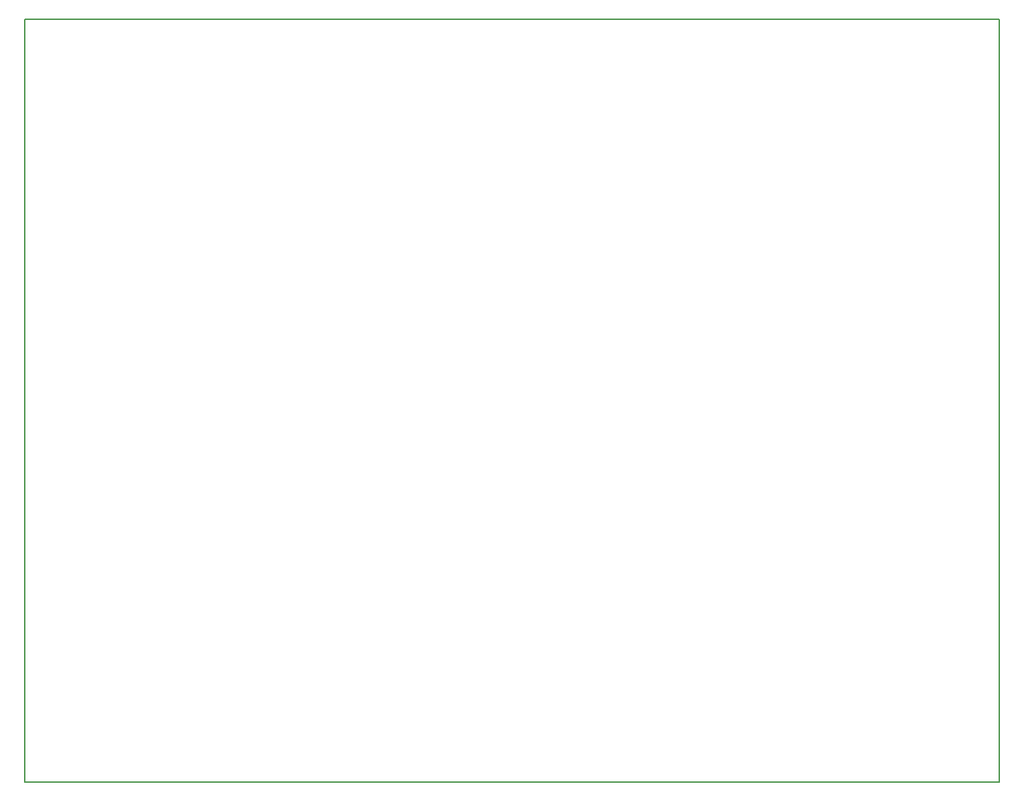
<source format=gm1>
G04 #@! TF.GenerationSoftware,KiCad,Pcbnew,8.0.5*
G04 #@! TF.CreationDate,2024-10-28T15:03:55+01:00*
G04 #@! TF.ProjectId,Aurelia-robotics-PCB,41757265-6c69-4612-9d72-6f626f746963,rev?*
G04 #@! TF.SameCoordinates,Original*
G04 #@! TF.FileFunction,Profile,NP*
%FSLAX46Y46*%
G04 Gerber Fmt 4.6, Leading zero omitted, Abs format (unit mm)*
G04 Created by KiCad (PCBNEW 8.0.5) date 2024-10-28 15:03:55*
%MOMM*%
%LPD*%
G01*
G04 APERTURE LIST*
G04 #@! TA.AperFunction,Profile*
%ADD10C,0.150000*%
G04 #@! TD*
G04 APERTURE END LIST*
D10*
X67000000Y-26000000D02*
X187000000Y-26000000D01*
X187000000Y-120000000D01*
X67000000Y-120000000D01*
X67000000Y-26000000D01*
M02*

</source>
